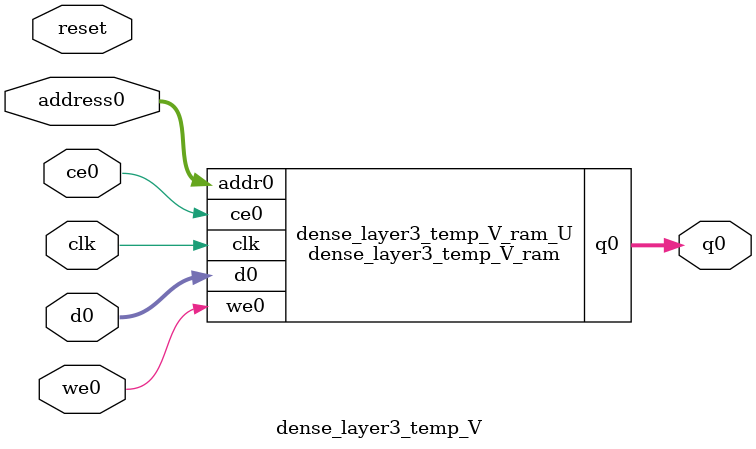
<source format=v>
`timescale 1 ns / 1 ps
module dense_layer3_temp_V_ram (addr0, ce0, d0, we0, q0,  clk);

parameter DWIDTH = 9;
parameter AWIDTH = 4;
parameter MEM_SIZE = 10;

input[AWIDTH-1:0] addr0;
input ce0;
input[DWIDTH-1:0] d0;
input we0;
output reg[DWIDTH-1:0] q0;
input clk;

(* ram_style = "distributed" *)reg [DWIDTH-1:0] ram[0:MEM_SIZE-1];




always @(posedge clk)  
begin 
    if (ce0) 
    begin
        if (we0) 
        begin 
            ram[addr0] <= d0; 
        end 
        q0 <= ram[addr0];
    end
end


endmodule

`timescale 1 ns / 1 ps
module dense_layer3_temp_V(
    reset,
    clk,
    address0,
    ce0,
    we0,
    d0,
    q0);

parameter DataWidth = 32'd9;
parameter AddressRange = 32'd10;
parameter AddressWidth = 32'd4;
input reset;
input clk;
input[AddressWidth - 1:0] address0;
input ce0;
input we0;
input[DataWidth - 1:0] d0;
output[DataWidth - 1:0] q0;



dense_layer3_temp_V_ram dense_layer3_temp_V_ram_U(
    .clk( clk ),
    .addr0( address0 ),
    .ce0( ce0 ),
    .we0( we0 ),
    .d0( d0 ),
    .q0( q0 ));

endmodule


</source>
